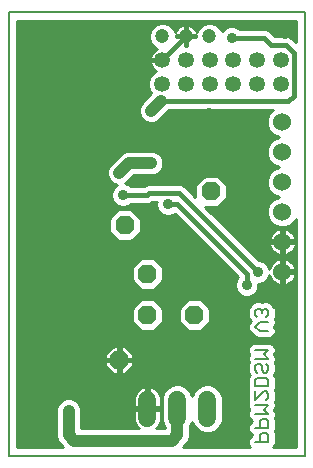
<source format=gbl>
G75*
%MOIN*%
%OFA0B0*%
%FSLAX24Y24*%
%IPPOS*%
%LPD*%
%AMOC8*
5,1,8,0,0,1.08239X$1,22.5*
%
%ADD10C,0.0080*%
%ADD11C,0.0060*%
%ADD12C,0.0600*%
%ADD13C,0.0472*%
%ADD14OC8,0.0630*%
%ADD15C,0.0531*%
%ADD16C,0.0600*%
%ADD17C,0.0356*%
%ADD18C,0.0100*%
%ADD19C,0.0160*%
%ADD20C,0.0400*%
D10*
X003400Y002938D02*
X013264Y002938D01*
X013264Y017732D01*
X003400Y017732D01*
X003400Y002938D01*
D11*
X011618Y003405D02*
X012058Y003405D01*
X012058Y003625D01*
X011984Y003699D01*
X011838Y003699D01*
X011764Y003625D01*
X011764Y003405D01*
X011764Y003865D02*
X011764Y004086D01*
X011838Y004159D01*
X011984Y004159D01*
X012058Y004086D01*
X012058Y003865D01*
X011618Y003865D01*
X011618Y004326D02*
X012058Y004326D01*
X011911Y004473D01*
X012058Y004619D01*
X011618Y004619D01*
X011618Y004786D02*
X011911Y005080D01*
X011984Y005080D01*
X012058Y005006D01*
X012058Y004860D01*
X011984Y004786D01*
X011618Y004786D02*
X011618Y005080D01*
X011618Y005247D02*
X011618Y005467D01*
X011691Y005540D01*
X011984Y005540D01*
X012058Y005467D01*
X012058Y005247D01*
X011618Y005247D01*
X011691Y005707D02*
X011618Y005780D01*
X011618Y005927D01*
X011691Y006001D01*
X011764Y006001D01*
X011838Y005927D01*
X011838Y005780D01*
X011911Y005707D01*
X011984Y005707D01*
X012058Y005780D01*
X012058Y005927D01*
X011984Y006001D01*
X012058Y006167D02*
X011911Y006314D01*
X012058Y006461D01*
X011618Y006461D01*
X011618Y006167D02*
X012058Y006167D01*
X012058Y007088D02*
X011764Y007088D01*
X011618Y007235D01*
X011764Y007382D01*
X012058Y007382D01*
X011984Y007549D02*
X012058Y007622D01*
X012058Y007769D01*
X011984Y007842D01*
X011911Y007842D01*
X011838Y007769D01*
X011764Y007842D01*
X011691Y007842D01*
X011618Y007769D01*
X011618Y007622D01*
X011691Y007549D01*
X011838Y007695D02*
X011838Y007769D01*
D12*
X012525Y009063D03*
X012525Y010063D03*
X012525Y011063D03*
X012525Y012063D03*
X012525Y013063D03*
X012525Y014063D03*
D13*
X010091Y016919D03*
X009304Y016919D03*
X008517Y016919D03*
D14*
X010150Y011750D03*
X007275Y010625D03*
X008025Y009000D03*
X008025Y007625D03*
X009588Y007625D03*
X007088Y006125D03*
D15*
X008525Y015338D03*
X009312Y015338D03*
X010100Y015338D03*
X010887Y015338D03*
X011675Y015338D03*
X012462Y015338D03*
X012462Y016125D03*
X011675Y016125D03*
X010887Y016125D03*
X010100Y016125D03*
X009312Y016125D03*
X008525Y016125D03*
D16*
X008025Y004800D02*
X008025Y004200D01*
X009025Y004200D02*
X009025Y004800D01*
X010025Y004800D02*
X010025Y004200D01*
D17*
X005400Y004438D03*
X010400Y008563D03*
X011338Y008625D03*
X011713Y009063D03*
X012525Y007688D03*
X008713Y011313D03*
X007213Y011625D03*
X007088Y012375D03*
X008150Y012688D03*
X010088Y014344D03*
X008150Y014438D03*
X010838Y016875D03*
X012619Y017000D03*
X003900Y009625D03*
D18*
X003690Y009636D02*
X010292Y009636D01*
X010193Y009734D02*
X003690Y009734D01*
X003690Y009833D02*
X010095Y009833D01*
X009996Y009931D02*
X003690Y009931D01*
X003690Y010030D02*
X009898Y010030D01*
X009799Y010128D02*
X007520Y010128D01*
X007492Y010100D02*
X007800Y010408D01*
X007800Y010842D01*
X007492Y011150D01*
X007058Y011150D01*
X006750Y010842D01*
X006750Y010408D01*
X007058Y010100D01*
X007492Y010100D01*
X007619Y010227D02*
X009701Y010227D01*
X009602Y010325D02*
X007717Y010325D01*
X007800Y010424D02*
X009504Y010424D01*
X009405Y010522D02*
X007800Y010522D01*
X007800Y010621D02*
X009307Y010621D01*
X009208Y010719D02*
X007800Y010719D01*
X007800Y010818D02*
X009110Y010818D01*
X009011Y010916D02*
X007726Y010916D01*
X007628Y011015D02*
X008462Y011015D01*
X008493Y010983D02*
X008635Y010924D01*
X008790Y010924D01*
X008932Y010983D01*
X008938Y010989D01*
X011046Y008882D01*
X011008Y008845D01*
X010949Y008702D01*
X010949Y008548D01*
X011008Y008405D01*
X011118Y008296D01*
X011260Y008237D01*
X011415Y008237D01*
X011557Y008296D01*
X011667Y008405D01*
X011726Y008548D01*
X011726Y008674D01*
X011790Y008674D01*
X011932Y008733D01*
X012042Y008843D01*
X012087Y008953D01*
X012108Y008890D01*
X012140Y008827D01*
X012182Y008769D01*
X012232Y008719D01*
X012289Y008678D01*
X012352Y008645D01*
X012420Y008624D01*
X012475Y008615D01*
X012475Y009012D01*
X012575Y009012D01*
X012575Y008615D01*
X012630Y008624D01*
X012698Y008645D01*
X012761Y008678D01*
X012818Y008719D01*
X012868Y008769D01*
X012910Y008827D01*
X012942Y008890D01*
X012964Y008957D01*
X012973Y009013D01*
X012575Y009013D01*
X012575Y009112D01*
X012973Y009112D01*
X012964Y009168D01*
X012942Y009235D01*
X012910Y009298D01*
X012868Y009356D01*
X012818Y009406D01*
X012761Y009447D01*
X012698Y009480D01*
X012630Y009501D01*
X012575Y009510D01*
X012575Y009113D01*
X012475Y009113D01*
X012475Y009510D01*
X012420Y009501D01*
X012352Y009480D01*
X012289Y009447D01*
X012232Y009406D01*
X012182Y009356D01*
X012140Y009298D01*
X012108Y009235D01*
X012087Y009172D01*
X012042Y009282D01*
X011932Y009392D01*
X011790Y009451D01*
X011735Y009451D01*
X009960Y011225D01*
X010367Y011225D01*
X010675Y011533D01*
X010675Y011967D01*
X010367Y012275D01*
X009933Y012275D01*
X009625Y011967D01*
X009625Y011560D01*
X009333Y011852D01*
X009252Y011933D01*
X009145Y011977D01*
X008030Y011977D01*
X007923Y011933D01*
X007905Y011915D01*
X007471Y011915D01*
X007432Y011954D01*
X007290Y012013D01*
X007285Y012013D01*
X007320Y012027D01*
X007570Y012278D01*
X008232Y012278D01*
X008382Y012340D01*
X008498Y012455D01*
X008560Y012606D01*
X008560Y012769D01*
X008498Y012920D01*
X008382Y013035D01*
X008232Y013097D01*
X007318Y013097D01*
X007168Y013035D01*
X006740Y012607D01*
X006678Y012457D01*
X006678Y012293D01*
X006740Y012143D01*
X006855Y012027D01*
X007006Y011965D01*
X007019Y011965D01*
X006993Y011954D01*
X006883Y011845D01*
X006824Y011702D01*
X006824Y011548D01*
X006883Y011405D01*
X006993Y011296D01*
X007135Y011237D01*
X007290Y011237D01*
X007432Y011296D01*
X007471Y011335D01*
X008083Y011335D01*
X008189Y011379D01*
X008208Y011398D01*
X008328Y011398D01*
X008324Y011390D01*
X008324Y011235D01*
X008383Y011093D01*
X008493Y010983D01*
X008375Y011113D02*
X007529Y011113D01*
X007446Y011310D02*
X008324Y011310D01*
X008334Y011212D02*
X003690Y011212D01*
X003690Y011310D02*
X006979Y011310D01*
X006882Y011409D02*
X003690Y011409D01*
X003690Y011507D02*
X006841Y011507D01*
X006824Y011606D02*
X003690Y011606D01*
X003690Y011704D02*
X006825Y011704D01*
X006866Y011803D02*
X003690Y011803D01*
X003690Y011901D02*
X006940Y011901D01*
X006923Y012000D02*
X003690Y012000D01*
X003690Y012098D02*
X006785Y012098D01*
X006718Y012197D02*
X003690Y012197D01*
X003690Y012295D02*
X006678Y012295D01*
X006678Y012394D02*
X003690Y012394D01*
X003690Y012492D02*
X006692Y012492D01*
X006733Y012591D02*
X003690Y012591D01*
X003690Y012689D02*
X006822Y012689D01*
X006920Y012788D02*
X003690Y012788D01*
X003690Y012886D02*
X007019Y012886D01*
X007117Y012985D02*
X003690Y012985D01*
X003690Y013083D02*
X007284Y013083D01*
X007489Y012197D02*
X009854Y012197D01*
X009756Y012098D02*
X007390Y012098D01*
X007323Y012000D02*
X009657Y012000D01*
X009625Y011901D02*
X009284Y011901D01*
X009383Y011803D02*
X009625Y011803D01*
X009625Y011704D02*
X009481Y011704D01*
X009580Y011606D02*
X009625Y011606D01*
X009974Y011212D02*
X012035Y011212D01*
X012015Y011164D02*
X012015Y010961D01*
X012093Y010774D01*
X012236Y010630D01*
X012424Y010553D01*
X012626Y010553D01*
X012814Y010630D01*
X012957Y010774D01*
X012974Y010813D01*
X012974Y003227D01*
X012220Y003227D01*
X012261Y003269D01*
X012298Y003357D01*
X012298Y003673D01*
X012268Y003745D01*
X012268Y003745D01*
X012298Y003818D01*
X012298Y004133D01*
X012268Y004205D01*
X012268Y004206D01*
X012298Y004278D01*
X012298Y004374D01*
X012261Y004462D01*
X012250Y004473D01*
X012260Y004482D01*
X012261Y004483D01*
X012261Y004483D01*
X012282Y004534D01*
X012298Y004572D01*
X012298Y004667D01*
X012268Y004739D01*
X012298Y004812D01*
X012298Y005054D01*
X012268Y005126D01*
X012298Y005199D01*
X012298Y005514D01*
X012267Y005589D01*
X012261Y005603D01*
X012240Y005624D01*
X012261Y005644D01*
X012298Y005733D01*
X012298Y005975D01*
X012268Y006047D01*
X012298Y006120D01*
X012298Y006215D01*
X012261Y006303D01*
X012250Y006314D01*
X012260Y006323D01*
X012261Y006325D01*
X012261Y006325D01*
X012282Y006376D01*
X012298Y006413D01*
X012298Y006509D01*
X012261Y006597D01*
X012195Y006663D01*
X012194Y006664D01*
X012194Y006664D01*
X012143Y006685D01*
X012106Y006701D01*
X011570Y006701D01*
X011482Y006664D01*
X011414Y006597D01*
X011378Y006509D01*
X011378Y006413D01*
X011414Y006325D01*
X011425Y006314D01*
X011414Y006303D01*
X011378Y006215D01*
X011378Y006120D01*
X011407Y006047D01*
X011378Y005975D01*
X011378Y005733D01*
X011414Y005644D01*
X011435Y005624D01*
X011414Y005603D01*
X011414Y005603D01*
X011407Y005587D01*
X011378Y005514D01*
X011378Y005199D01*
X011392Y005163D01*
X011378Y005128D01*
X011378Y004738D01*
X011392Y004703D01*
X011378Y004667D01*
X011378Y004572D01*
X011414Y004483D01*
X011425Y004473D01*
X011414Y004462D01*
X011378Y004374D01*
X011378Y004278D01*
X011414Y004190D01*
X011482Y004122D01*
X011524Y004105D01*
X011524Y004087D01*
X011482Y004069D01*
X011414Y004001D01*
X011378Y003913D01*
X011378Y003818D01*
X011414Y003729D01*
X011482Y003662D01*
X011524Y003644D01*
X011524Y003626D01*
X011482Y003608D01*
X011414Y003541D01*
X011378Y003453D01*
X011378Y003357D01*
X011414Y003269D01*
X011456Y003227D01*
X009207Y003227D01*
X009373Y003393D01*
X009435Y003543D01*
X009435Y003889D01*
X009457Y003911D01*
X009525Y004074D01*
X009593Y003911D01*
X009736Y003768D01*
X009924Y003690D01*
X010126Y003690D01*
X010314Y003768D01*
X010457Y003911D01*
X010535Y004099D01*
X010535Y004901D01*
X010457Y005089D01*
X010314Y005232D01*
X010126Y005310D01*
X009924Y005310D01*
X009736Y005232D01*
X009593Y005089D01*
X009525Y004926D01*
X009457Y005089D01*
X009314Y005232D01*
X009126Y005310D01*
X008924Y005310D01*
X008736Y005232D01*
X008593Y005089D01*
X008515Y004901D01*
X008515Y004099D01*
X008593Y003911D01*
X008615Y003889D01*
X008615Y003847D01*
X008305Y003847D01*
X008318Y003857D01*
X008368Y003907D01*
X008410Y003964D01*
X008442Y004027D01*
X008464Y004095D01*
X008475Y004165D01*
X008475Y004450D01*
X008075Y004450D01*
X008075Y004550D01*
X007975Y004550D01*
X007975Y005248D01*
X007920Y005239D01*
X007852Y005217D01*
X007789Y005185D01*
X007732Y005143D01*
X007682Y005093D01*
X007640Y005036D01*
X007608Y004973D01*
X007586Y004905D01*
X007575Y004835D01*
X007575Y004550D01*
X007975Y004550D01*
X007975Y004450D01*
X007575Y004450D01*
X007575Y004165D01*
X007586Y004095D01*
X007608Y004027D01*
X007640Y003964D01*
X007682Y003907D01*
X007732Y003857D01*
X007745Y003847D01*
X005810Y003847D01*
X005810Y004519D01*
X005748Y004670D01*
X005632Y004785D01*
X005482Y004847D01*
X005318Y004847D01*
X005168Y004785D01*
X005052Y004670D01*
X004990Y004519D01*
X004990Y003543D01*
X005052Y003393D01*
X005218Y003227D01*
X003690Y003227D01*
X003690Y017442D01*
X012974Y017442D01*
X012974Y016711D01*
X012814Y016871D01*
X012708Y016915D01*
X012270Y016915D01*
X012064Y017121D01*
X011958Y017165D01*
X011096Y017165D01*
X011057Y017204D01*
X010915Y017263D01*
X010760Y017263D01*
X010618Y017204D01*
X010508Y017095D01*
X010505Y017086D01*
X010470Y017172D01*
X010344Y017297D01*
X010180Y017365D01*
X010003Y017365D01*
X009839Y017297D01*
X009713Y017172D01*
X009665Y017056D01*
X009646Y017102D01*
X009604Y017165D01*
X009550Y017219D01*
X009487Y017261D01*
X009417Y017290D01*
X009342Y017305D01*
X009333Y017305D01*
X009333Y016948D01*
X009275Y016948D01*
X009275Y017305D01*
X009266Y017305D01*
X009191Y017290D01*
X009121Y017261D01*
X009058Y017219D01*
X009004Y017165D01*
X008962Y017102D01*
X008943Y017056D01*
X008895Y017172D01*
X008769Y017297D01*
X008605Y017365D01*
X008428Y017365D01*
X008264Y017297D01*
X008138Y017172D01*
X008070Y017008D01*
X008070Y016830D01*
X008138Y016666D01*
X008264Y016541D01*
X008353Y016504D01*
X008307Y016481D01*
X008254Y016442D01*
X008208Y016396D01*
X008169Y016343D01*
X008140Y016285D01*
X008119Y016222D01*
X008110Y016164D01*
X008486Y016164D01*
X008486Y016086D01*
X008110Y016086D01*
X008119Y016028D01*
X008140Y015965D01*
X008169Y015907D01*
X008208Y015854D01*
X008254Y015808D01*
X008307Y015769D01*
X008315Y015765D01*
X008256Y015741D01*
X008122Y015607D01*
X008049Y015432D01*
X008049Y015243D01*
X008122Y015068D01*
X008161Y015029D01*
X007802Y014670D01*
X007740Y014519D01*
X007740Y014356D01*
X007802Y014205D01*
X007918Y014090D01*
X008068Y014028D01*
X008232Y014028D01*
X008382Y014090D01*
X008752Y014460D01*
X012201Y014460D01*
X012093Y014351D01*
X012015Y014164D01*
X012015Y013961D01*
X012093Y013774D01*
X012236Y013630D01*
X012399Y013563D01*
X012236Y013495D01*
X012093Y013351D01*
X012015Y013164D01*
X012015Y012961D01*
X012093Y012774D01*
X012236Y012630D01*
X012399Y012563D01*
X012236Y012495D01*
X012093Y012351D01*
X012015Y012164D01*
X012015Y011961D01*
X012093Y011774D01*
X012236Y011630D01*
X012399Y011563D01*
X012236Y011495D01*
X012093Y011351D01*
X012015Y011164D01*
X012015Y011113D02*
X010072Y011113D01*
X010171Y011015D02*
X012015Y011015D01*
X012034Y010916D02*
X010269Y010916D01*
X010368Y010818D02*
X012074Y010818D01*
X012147Y010719D02*
X010466Y010719D01*
X010565Y010621D02*
X012259Y010621D01*
X012352Y010480D02*
X012289Y010447D01*
X012232Y010406D01*
X012182Y010356D01*
X012140Y010298D01*
X012108Y010235D01*
X012086Y010168D01*
X012077Y010112D01*
X012475Y010112D01*
X012475Y010013D01*
X012077Y010013D01*
X012086Y009957D01*
X012108Y009890D01*
X012140Y009827D01*
X012182Y009769D01*
X012232Y009719D01*
X012289Y009678D01*
X012352Y009645D01*
X012420Y009624D01*
X012475Y009615D01*
X012475Y010012D01*
X012575Y010012D01*
X012575Y009615D01*
X012630Y009624D01*
X012698Y009645D01*
X012761Y009678D01*
X012818Y009719D01*
X012868Y009769D01*
X012910Y009827D01*
X012942Y009890D01*
X012964Y009957D01*
X012973Y010013D01*
X012575Y010013D01*
X012575Y010112D01*
X012973Y010112D01*
X012964Y010168D01*
X012942Y010235D01*
X012910Y010298D01*
X012868Y010356D01*
X012818Y010406D01*
X012761Y010447D01*
X012698Y010480D01*
X012630Y010501D01*
X012575Y010510D01*
X012575Y010113D01*
X012475Y010113D01*
X012475Y010510D01*
X012420Y010501D01*
X012352Y010480D01*
X012256Y010424D02*
X010762Y010424D01*
X010663Y010522D02*
X012974Y010522D01*
X012974Y010424D02*
X012794Y010424D01*
X012890Y010325D02*
X012974Y010325D01*
X012974Y010227D02*
X012945Y010227D01*
X012970Y010128D02*
X012974Y010128D01*
X012974Y010030D02*
X012575Y010030D01*
X012575Y010128D02*
X012475Y010128D01*
X012475Y010030D02*
X011156Y010030D01*
X011057Y010128D02*
X012080Y010128D01*
X012105Y010227D02*
X010959Y010227D01*
X010860Y010325D02*
X012160Y010325D01*
X012475Y010325D02*
X012575Y010325D01*
X012575Y010227D02*
X012475Y010227D01*
X012475Y010424D02*
X012575Y010424D01*
X012791Y010621D02*
X012974Y010621D01*
X012974Y010719D02*
X012903Y010719D01*
X012955Y009931D02*
X012974Y009931D01*
X012974Y009833D02*
X012913Y009833D01*
X012974Y009734D02*
X012833Y009734D01*
X012974Y009636D02*
X012667Y009636D01*
X012575Y009636D02*
X012475Y009636D01*
X012383Y009636D02*
X011550Y009636D01*
X011451Y009734D02*
X012217Y009734D01*
X012137Y009833D02*
X011353Y009833D01*
X011254Y009931D02*
X012095Y009931D01*
X012475Y009931D02*
X012575Y009931D01*
X012575Y009833D02*
X012475Y009833D01*
X012475Y009734D02*
X012575Y009734D01*
X012974Y009537D02*
X011648Y009537D01*
X011819Y009439D02*
X012277Y009439D01*
X012170Y009340D02*
X011984Y009340D01*
X012058Y009242D02*
X012111Y009242D01*
X012090Y008946D02*
X012084Y008946D01*
X012044Y008848D02*
X012129Y008848D01*
X012202Y008749D02*
X011948Y008749D01*
X011726Y008651D02*
X012342Y008651D01*
X012475Y008651D02*
X012575Y008651D01*
X012575Y008749D02*
X012475Y008749D01*
X012475Y008848D02*
X012575Y008848D01*
X012575Y008946D02*
X012475Y008946D01*
X012575Y009045D02*
X012974Y009045D01*
X012968Y009143D02*
X012974Y009143D01*
X012974Y009242D02*
X012939Y009242D01*
X012974Y009340D02*
X012880Y009340D01*
X012974Y009439D02*
X012773Y009439D01*
X012575Y009439D02*
X012475Y009439D01*
X012475Y009340D02*
X012575Y009340D01*
X012575Y009242D02*
X012475Y009242D01*
X012475Y009143D02*
X012575Y009143D01*
X012960Y008946D02*
X012974Y008946D01*
X012974Y008848D02*
X012921Y008848D01*
X012974Y008749D02*
X012848Y008749D01*
X012974Y008651D02*
X012708Y008651D01*
X012974Y008552D02*
X011726Y008552D01*
X011687Y008454D02*
X012974Y008454D01*
X012974Y008355D02*
X011616Y008355D01*
X011462Y008257D02*
X012974Y008257D01*
X012974Y008158D02*
X003690Y008158D01*
X003690Y008060D02*
X007717Y008060D01*
X007808Y008150D02*
X007500Y007842D01*
X007500Y007408D01*
X007808Y007100D01*
X008242Y007100D01*
X008550Y007408D01*
X008550Y007842D01*
X008242Y008150D01*
X007808Y008150D01*
X007619Y007961D02*
X003690Y007961D01*
X003690Y007863D02*
X007520Y007863D01*
X007500Y007764D02*
X003690Y007764D01*
X003690Y007666D02*
X007500Y007666D01*
X007500Y007567D02*
X003690Y007567D01*
X003690Y007469D02*
X007500Y007469D01*
X007538Y007370D02*
X003690Y007370D01*
X003690Y007272D02*
X007636Y007272D01*
X007735Y007173D02*
X003690Y007173D01*
X003690Y007075D02*
X011439Y007075D01*
X011414Y007099D02*
X011482Y007031D01*
X011628Y006885D01*
X011717Y006848D01*
X011812Y006848D01*
X012106Y006848D01*
X012194Y006885D01*
X012261Y006952D01*
X012298Y007040D01*
X012298Y007136D01*
X012261Y007224D01*
X012250Y007235D01*
X012261Y007246D01*
X012298Y007334D01*
X012298Y007429D01*
X012268Y007502D01*
X012298Y007574D01*
X012298Y007816D01*
X012268Y007888D01*
X012261Y007905D01*
X012194Y007972D01*
X012188Y007978D01*
X012188Y007978D01*
X012120Y008046D01*
X012083Y008061D01*
X012032Y008082D01*
X011863Y008082D01*
X011838Y008071D01*
X011812Y008082D01*
X011643Y008082D01*
X011591Y008060D01*
X011555Y008046D01*
X011555Y008046D01*
X011554Y008044D01*
X011487Y007978D01*
X011482Y007972D01*
X011414Y007905D01*
X011414Y007905D01*
X011408Y007891D01*
X011378Y007816D01*
X011378Y007574D01*
X011414Y007486D01*
X011472Y007428D01*
X011414Y007371D01*
X011392Y007318D01*
X011378Y007283D01*
X011378Y007187D01*
X011414Y007099D01*
X011383Y007173D02*
X009878Y007173D01*
X009805Y007100D02*
X010112Y007408D01*
X010112Y007842D01*
X009805Y008150D01*
X009370Y008150D01*
X009063Y007842D01*
X009063Y007408D01*
X009370Y007100D01*
X009805Y007100D01*
X009976Y007272D02*
X011378Y007272D01*
X011414Y007370D02*
X010075Y007370D01*
X010112Y007469D02*
X011432Y007469D01*
X011380Y007567D02*
X010112Y007567D01*
X010112Y007666D02*
X011378Y007666D01*
X011378Y007764D02*
X010112Y007764D01*
X010092Y007863D02*
X011397Y007863D01*
X011414Y007905D02*
X011414Y007905D01*
X011470Y007961D02*
X009994Y007961D01*
X009895Y008060D02*
X011589Y008060D01*
X011487Y007978D02*
X011487Y007978D01*
X011213Y008257D02*
X003690Y008257D01*
X003690Y008355D02*
X011059Y008355D01*
X010988Y008454D02*
X003690Y008454D01*
X003690Y008552D02*
X007731Y008552D01*
X007808Y008475D02*
X007500Y008783D01*
X007500Y009217D01*
X007808Y009525D01*
X008242Y009525D01*
X008550Y009217D01*
X008550Y008783D01*
X008242Y008475D01*
X007808Y008475D01*
X007632Y008651D02*
X003690Y008651D01*
X003690Y008749D02*
X007534Y008749D01*
X007500Y008848D02*
X003690Y008848D01*
X003690Y008946D02*
X007500Y008946D01*
X007500Y009045D02*
X003690Y009045D01*
X003690Y009143D02*
X007500Y009143D01*
X007524Y009242D02*
X003690Y009242D01*
X003690Y009340D02*
X007623Y009340D01*
X007721Y009439D02*
X003690Y009439D01*
X003690Y009537D02*
X010390Y009537D01*
X010489Y009439D02*
X008329Y009439D01*
X008427Y009340D02*
X010587Y009340D01*
X010686Y009242D02*
X008526Y009242D01*
X008550Y009143D02*
X010784Y009143D01*
X010883Y009045D02*
X008550Y009045D01*
X008550Y008946D02*
X010981Y008946D01*
X011011Y008848D02*
X008550Y008848D01*
X008516Y008749D02*
X010969Y008749D01*
X010949Y008651D02*
X008418Y008651D01*
X008319Y008552D02*
X010949Y008552D01*
X012087Y008060D02*
X012974Y008060D01*
X012974Y007961D02*
X012205Y007961D01*
X012261Y007905D02*
X012261Y007905D01*
X012261Y007905D01*
X012279Y007863D02*
X012974Y007863D01*
X012974Y007764D02*
X012298Y007764D01*
X012298Y007666D02*
X012974Y007666D01*
X012974Y007567D02*
X012295Y007567D01*
X012282Y007469D02*
X012974Y007469D01*
X012974Y007370D02*
X012298Y007370D01*
X012272Y007272D02*
X012974Y007272D01*
X012974Y007173D02*
X012282Y007173D01*
X012298Y007075D02*
X012974Y007075D01*
X012974Y006976D02*
X012271Y006976D01*
X012177Y006878D02*
X012974Y006878D01*
X012974Y006779D02*
X003690Y006779D01*
X003690Y006681D02*
X011520Y006681D01*
X011408Y006582D02*
X007288Y006582D01*
X007280Y006590D02*
X007128Y006590D01*
X007128Y006165D01*
X007552Y006165D01*
X007552Y006318D01*
X007280Y006590D01*
X007387Y006484D02*
X011378Y006484D01*
X011389Y006385D02*
X007485Y006385D01*
X007552Y006287D02*
X011407Y006287D01*
X011378Y006188D02*
X007552Y006188D01*
X007552Y006085D02*
X007128Y006085D01*
X007128Y006165D01*
X007047Y006165D01*
X007047Y006085D01*
X006623Y006085D01*
X006623Y005932D01*
X006895Y005660D01*
X007047Y005660D01*
X007047Y006085D01*
X007128Y006085D01*
X007128Y005660D01*
X007280Y005660D01*
X007552Y005932D01*
X007552Y006085D01*
X007552Y005991D02*
X011384Y005991D01*
X011390Y006090D02*
X007128Y006090D01*
X007047Y006090D02*
X003690Y006090D01*
X003690Y006188D02*
X006623Y006188D01*
X006623Y006165D02*
X006623Y006318D01*
X006895Y006590D01*
X007047Y006590D01*
X007047Y006165D01*
X006623Y006165D01*
X006623Y006287D02*
X003690Y006287D01*
X003690Y006385D02*
X006690Y006385D01*
X006788Y006484D02*
X003690Y006484D01*
X003690Y006582D02*
X006887Y006582D01*
X007047Y006582D02*
X007128Y006582D01*
X007128Y006484D02*
X007047Y006484D01*
X007047Y006385D02*
X007128Y006385D01*
X007128Y006287D02*
X007047Y006287D01*
X007047Y006188D02*
X007128Y006188D01*
X007128Y005991D02*
X007047Y005991D01*
X007047Y005893D02*
X007128Y005893D01*
X007128Y005794D02*
X007047Y005794D01*
X007047Y005696D02*
X007128Y005696D01*
X007316Y005696D02*
X011393Y005696D01*
X011414Y005603D02*
X011414Y005603D01*
X011412Y005597D02*
X003690Y005597D01*
X003690Y005499D02*
X011378Y005499D01*
X011378Y005400D02*
X003690Y005400D01*
X003690Y005302D02*
X008903Y005302D01*
X008707Y005203D02*
X008225Y005203D01*
X008198Y005217D02*
X008130Y005239D01*
X008075Y005248D01*
X008075Y004550D01*
X008475Y004550D01*
X008475Y004835D01*
X008464Y004905D01*
X008442Y004973D01*
X008410Y005036D01*
X008368Y005093D01*
X008318Y005143D01*
X008261Y005185D01*
X008198Y005217D01*
X008075Y005203D02*
X007975Y005203D01*
X007975Y005105D02*
X008075Y005105D01*
X008075Y005006D02*
X007975Y005006D01*
X007975Y004908D02*
X008075Y004908D01*
X008075Y004809D02*
X007975Y004809D01*
X007975Y004711D02*
X008075Y004711D01*
X008075Y004612D02*
X007975Y004612D01*
X007975Y004514D02*
X005810Y004514D01*
X005810Y004415D02*
X007575Y004415D01*
X007575Y004317D02*
X005810Y004317D01*
X005810Y004218D02*
X007575Y004218D01*
X007582Y004120D02*
X005810Y004120D01*
X005810Y004021D02*
X007611Y004021D01*
X007670Y003923D02*
X005810Y003923D01*
X004990Y003923D02*
X003690Y003923D01*
X003690Y004021D02*
X004990Y004021D01*
X004990Y004120D02*
X003690Y004120D01*
X003690Y004218D02*
X004990Y004218D01*
X004990Y004317D02*
X003690Y004317D01*
X003690Y004415D02*
X004990Y004415D01*
X004990Y004514D02*
X003690Y004514D01*
X003690Y004612D02*
X005029Y004612D01*
X005093Y004711D02*
X003690Y004711D01*
X003690Y004809D02*
X005226Y004809D01*
X005574Y004809D02*
X007575Y004809D01*
X007575Y004711D02*
X005707Y004711D01*
X005771Y004612D02*
X007575Y004612D01*
X007587Y004908D02*
X003690Y004908D01*
X003690Y005006D02*
X007625Y005006D01*
X007693Y005105D02*
X003690Y005105D01*
X003690Y005203D02*
X007825Y005203D01*
X008357Y005105D02*
X008608Y005105D01*
X008558Y005006D02*
X008425Y005006D01*
X008463Y004908D02*
X008518Y004908D01*
X008515Y004809D02*
X008475Y004809D01*
X008475Y004711D02*
X008515Y004711D01*
X008515Y004612D02*
X008475Y004612D01*
X008515Y004514D02*
X008075Y004514D01*
X008475Y004415D02*
X008515Y004415D01*
X008515Y004317D02*
X008475Y004317D01*
X008475Y004218D02*
X008515Y004218D01*
X008515Y004120D02*
X008468Y004120D01*
X008439Y004021D02*
X008547Y004021D01*
X008588Y003923D02*
X008380Y003923D01*
X009311Y003332D02*
X011388Y003332D01*
X011378Y003430D02*
X009388Y003430D01*
X009429Y003529D02*
X011409Y003529D01*
X011524Y003627D02*
X009435Y003627D01*
X009435Y003726D02*
X009838Y003726D01*
X009680Y003824D02*
X009435Y003824D01*
X009462Y003923D02*
X009588Y003923D01*
X009547Y004021D02*
X009503Y004021D01*
X010212Y003726D02*
X011418Y003726D01*
X011378Y003824D02*
X010370Y003824D01*
X010462Y003923D02*
X011381Y003923D01*
X011434Y004021D02*
X010503Y004021D01*
X010535Y004120D02*
X011488Y004120D01*
X011402Y004218D02*
X010535Y004218D01*
X010535Y004317D02*
X011378Y004317D01*
X011395Y004415D02*
X010535Y004415D01*
X010535Y004514D02*
X011402Y004514D01*
X011378Y004612D02*
X010535Y004612D01*
X010535Y004711D02*
X011389Y004711D01*
X011378Y004809D02*
X010535Y004809D01*
X010532Y004908D02*
X011378Y004908D01*
X011378Y005006D02*
X010492Y005006D01*
X010442Y005105D02*
X011378Y005105D01*
X011378Y005203D02*
X010343Y005203D01*
X010147Y005302D02*
X011378Y005302D01*
X011378Y005794D02*
X007414Y005794D01*
X007513Y005893D02*
X011378Y005893D01*
X012291Y005991D02*
X012974Y005991D01*
X012974Y005893D02*
X012298Y005893D01*
X012298Y005794D02*
X012974Y005794D01*
X012974Y005696D02*
X012283Y005696D01*
X012261Y005603D02*
X012261Y005603D01*
X012264Y005597D02*
X012974Y005597D01*
X012974Y005499D02*
X012298Y005499D01*
X012298Y005400D02*
X012974Y005400D01*
X012974Y005302D02*
X012298Y005302D01*
X012298Y005203D02*
X012974Y005203D01*
X012974Y005105D02*
X012277Y005105D01*
X012298Y005006D02*
X012974Y005006D01*
X012974Y004908D02*
X012298Y004908D01*
X012297Y004809D02*
X012974Y004809D01*
X012974Y004711D02*
X012280Y004711D01*
X012298Y004612D02*
X012974Y004612D01*
X012974Y004514D02*
X012274Y004514D01*
X012281Y004415D02*
X012974Y004415D01*
X012974Y004317D02*
X012298Y004317D01*
X012273Y004218D02*
X012974Y004218D01*
X012974Y004120D02*
X012298Y004120D01*
X012298Y004021D02*
X012974Y004021D01*
X012974Y003923D02*
X012298Y003923D01*
X012298Y003824D02*
X012974Y003824D01*
X012974Y003726D02*
X012276Y003726D01*
X012298Y003627D02*
X012974Y003627D01*
X012974Y003529D02*
X012298Y003529D01*
X012298Y003430D02*
X012974Y003430D01*
X012974Y003332D02*
X012287Y003332D01*
X012225Y003233D02*
X012974Y003233D01*
X011450Y003233D02*
X009213Y003233D01*
X009492Y005006D02*
X009558Y005006D01*
X009608Y005105D02*
X009442Y005105D01*
X009343Y005203D02*
X009707Y005203D01*
X009903Y005302D02*
X009147Y005302D01*
X006859Y005696D02*
X003690Y005696D01*
X003690Y005794D02*
X006761Y005794D01*
X006662Y005893D02*
X003690Y005893D01*
X003690Y005991D02*
X006623Y005991D01*
X008315Y007173D02*
X009297Y007173D01*
X009199Y007272D02*
X008414Y007272D01*
X008512Y007370D02*
X009100Y007370D01*
X009063Y007469D02*
X008550Y007469D01*
X008550Y007567D02*
X009063Y007567D01*
X009063Y007666D02*
X008550Y007666D01*
X008550Y007764D02*
X009063Y007764D01*
X009083Y007863D02*
X008530Y007863D01*
X008431Y007961D02*
X009181Y007961D01*
X009280Y008060D02*
X008333Y008060D01*
X007030Y010128D02*
X003690Y010128D01*
X003690Y010227D02*
X006931Y010227D01*
X006833Y010325D02*
X003690Y010325D01*
X003690Y010424D02*
X006750Y010424D01*
X006750Y010522D02*
X003690Y010522D01*
X003690Y010621D02*
X006750Y010621D01*
X006750Y010719D02*
X003690Y010719D01*
X003690Y010818D02*
X006750Y010818D01*
X006824Y010916D02*
X003690Y010916D01*
X003690Y011015D02*
X006922Y011015D01*
X007021Y011113D02*
X003690Y011113D01*
X003690Y013182D02*
X012022Y013182D01*
X012015Y013083D02*
X008266Y013083D01*
X008433Y012985D02*
X012015Y012985D01*
X012046Y012886D02*
X008512Y012886D01*
X008552Y012788D02*
X012087Y012788D01*
X012177Y012689D02*
X008560Y012689D01*
X008554Y012591D02*
X012332Y012591D01*
X012233Y012492D02*
X008513Y012492D01*
X008436Y012394D02*
X012135Y012394D01*
X012069Y012295D02*
X008274Y012295D01*
X010446Y012197D02*
X012028Y012197D01*
X012015Y012098D02*
X010544Y012098D01*
X010643Y012000D02*
X012015Y012000D01*
X012040Y011901D02*
X010675Y011901D01*
X010675Y011803D02*
X012081Y011803D01*
X012162Y011704D02*
X010675Y011704D01*
X010675Y011606D02*
X012296Y011606D01*
X012265Y011507D02*
X010649Y011507D01*
X010551Y011409D02*
X012150Y011409D01*
X012076Y011310D02*
X010452Y011310D01*
X012063Y013280D02*
X003690Y013280D01*
X003690Y013379D02*
X012120Y013379D01*
X012218Y013477D02*
X003690Y013477D01*
X003690Y013576D02*
X012368Y013576D01*
X012192Y013674D02*
X003690Y013674D01*
X003690Y013773D02*
X012094Y013773D01*
X012052Y013871D02*
X003690Y013871D01*
X003690Y013970D02*
X012015Y013970D01*
X012015Y014068D02*
X008329Y014068D01*
X008459Y014167D02*
X012016Y014167D01*
X012057Y014265D02*
X008557Y014265D01*
X008656Y014364D02*
X012105Y014364D01*
X012958Y016728D02*
X012974Y016728D01*
X012974Y016826D02*
X012859Y016826D01*
X012974Y016925D02*
X012261Y016925D01*
X012162Y017023D02*
X012974Y017023D01*
X012974Y017122D02*
X012063Y017122D01*
X012974Y017220D02*
X011019Y017220D01*
X010656Y017220D02*
X010421Y017220D01*
X010490Y017122D02*
X010535Y017122D01*
X010292Y017319D02*
X012974Y017319D01*
X012974Y017417D02*
X003690Y017417D01*
X003690Y017319D02*
X008316Y017319D01*
X008187Y017220D02*
X003690Y017220D01*
X003690Y017122D02*
X008118Y017122D01*
X008077Y017023D02*
X003690Y017023D01*
X003690Y016925D02*
X008070Y016925D01*
X008072Y016826D02*
X003690Y016826D01*
X003690Y016728D02*
X008113Y016728D01*
X008175Y016629D02*
X003690Y016629D01*
X003690Y016531D02*
X008288Y016531D01*
X008244Y016432D02*
X003690Y016432D01*
X003690Y016334D02*
X008165Y016334D01*
X008124Y016235D02*
X003690Y016235D01*
X003690Y016137D02*
X008486Y016137D01*
X008118Y016038D02*
X003690Y016038D01*
X003690Y015940D02*
X008153Y015940D01*
X008221Y015841D02*
X003690Y015841D01*
X003690Y015743D02*
X008259Y015743D01*
X008159Y015644D02*
X003690Y015644D01*
X003690Y015546D02*
X008096Y015546D01*
X008055Y015447D02*
X003690Y015447D01*
X003690Y015349D02*
X008049Y015349D01*
X008049Y015250D02*
X003690Y015250D01*
X003690Y015152D02*
X008087Y015152D01*
X008137Y015053D02*
X003690Y015053D01*
X003690Y014955D02*
X008087Y014955D01*
X007989Y014856D02*
X003690Y014856D01*
X003690Y014758D02*
X007890Y014758D01*
X007798Y014659D02*
X003690Y014659D01*
X003690Y014561D02*
X007757Y014561D01*
X007740Y014462D02*
X003690Y014462D01*
X003690Y014364D02*
X007740Y014364D01*
X007778Y014265D02*
X003690Y014265D01*
X003690Y014167D02*
X007841Y014167D01*
X007971Y014068D02*
X003690Y014068D01*
X008718Y017319D02*
X009890Y017319D01*
X009762Y017220D02*
X009548Y017220D01*
X009633Y017122D02*
X009692Y017122D01*
X009645Y016948D02*
X009645Y016890D01*
X009333Y016890D01*
X009333Y016948D01*
X009645Y016948D01*
X009645Y016925D02*
X009333Y016925D01*
X009333Y016890D02*
X009333Y016601D01*
X009275Y016601D01*
X009275Y016890D01*
X008963Y016890D01*
X008963Y016948D01*
X009275Y016948D01*
X009275Y016890D01*
X009333Y016890D01*
X009333Y016826D02*
X009275Y016826D01*
X009275Y016728D02*
X009333Y016728D01*
X009333Y016629D02*
X009275Y016629D01*
X009275Y016925D02*
X008963Y016925D01*
X008975Y017122D02*
X008916Y017122D01*
X008846Y017220D02*
X009060Y017220D01*
X009275Y017220D02*
X009333Y017220D01*
X009333Y017122D02*
X009275Y017122D01*
X009275Y017023D02*
X009333Y017023D01*
X011537Y006976D02*
X003690Y006976D01*
X003690Y006878D02*
X011646Y006878D01*
X012155Y006681D02*
X012974Y006681D01*
X012974Y006582D02*
X012268Y006582D01*
X012298Y006484D02*
X012974Y006484D01*
X012974Y006385D02*
X012286Y006385D01*
X012268Y006287D02*
X012974Y006287D01*
X012974Y006188D02*
X012298Y006188D01*
X012285Y006090D02*
X012974Y006090D01*
X005212Y003233D02*
X003690Y003233D01*
X003690Y003332D02*
X005114Y003332D01*
X005037Y003430D02*
X003690Y003430D01*
X003690Y003529D02*
X004996Y003529D01*
X004990Y003627D02*
X003690Y003627D01*
X003690Y003726D02*
X004990Y003726D01*
X004990Y003824D02*
X003690Y003824D01*
D19*
X011338Y008625D02*
X011338Y009000D01*
X009025Y011313D01*
X008713Y011313D01*
X009088Y011688D02*
X008088Y011688D01*
X008025Y011625D01*
X007213Y011625D01*
X009088Y011688D02*
X011713Y009063D01*
X012713Y014750D02*
X008463Y014750D01*
X008525Y016125D02*
X008525Y016140D01*
X009304Y016919D01*
X010838Y016875D02*
X011900Y016875D01*
X012150Y016625D01*
X012650Y016625D01*
X012900Y016375D01*
X012900Y014938D01*
X012713Y014750D01*
D20*
X008463Y014750D02*
X008150Y014438D01*
X008150Y012688D02*
X007400Y012688D01*
X007088Y012375D01*
X009025Y004500D02*
X009025Y003625D01*
X008838Y003438D01*
X005588Y003438D01*
X005400Y003625D01*
X005400Y004438D01*
M02*

</source>
